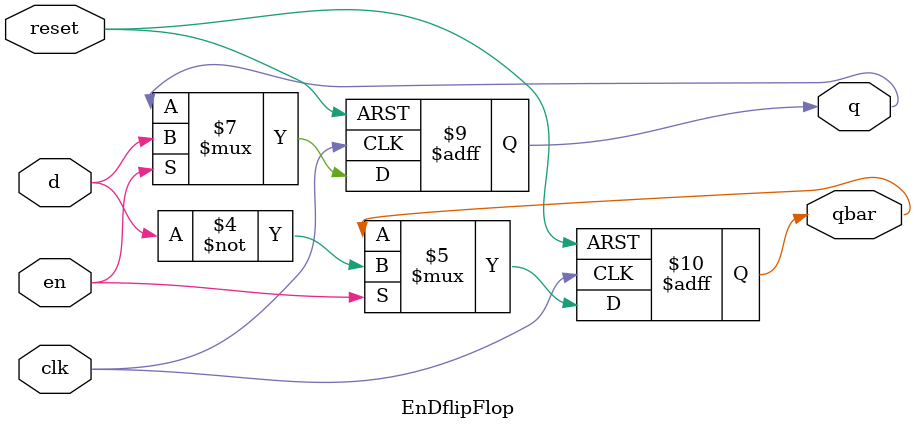
<source format=v>
`timescale 1ns / 1ps
module EnDflipFlop
#(parameter BITWIDTH=1, PATH_DELAY=3)		// By default 1 bit flip-flop
(

	q,
	qbar,
	d,
	clk,
	reset,
	en

);


output reg [BITWIDTH-1:0] q;
output reg [BITWIDTH-1:0] qbar;
input	 [BITWIDTH-1:0] d;
input	 clk;
input  reset;
input	 en;

always@(posedge clk or posedge reset)		// Asynchronous reset
begin

	if( reset == 1'b1 )
	begin
		q <= #(PATH_DELAY) {BITWIDTH{1'b0}};
		qbar <= #(PATH_DELAY) {BITWIDTH{1'b1}};
	end
	else
	begin
		if( en == 1'b1 )
		begin
			q <= #(PATH_DELAY) d;
			qbar <= #(PATH_DELAY) ~d;
		end
	end
end

endmodule

</source>
